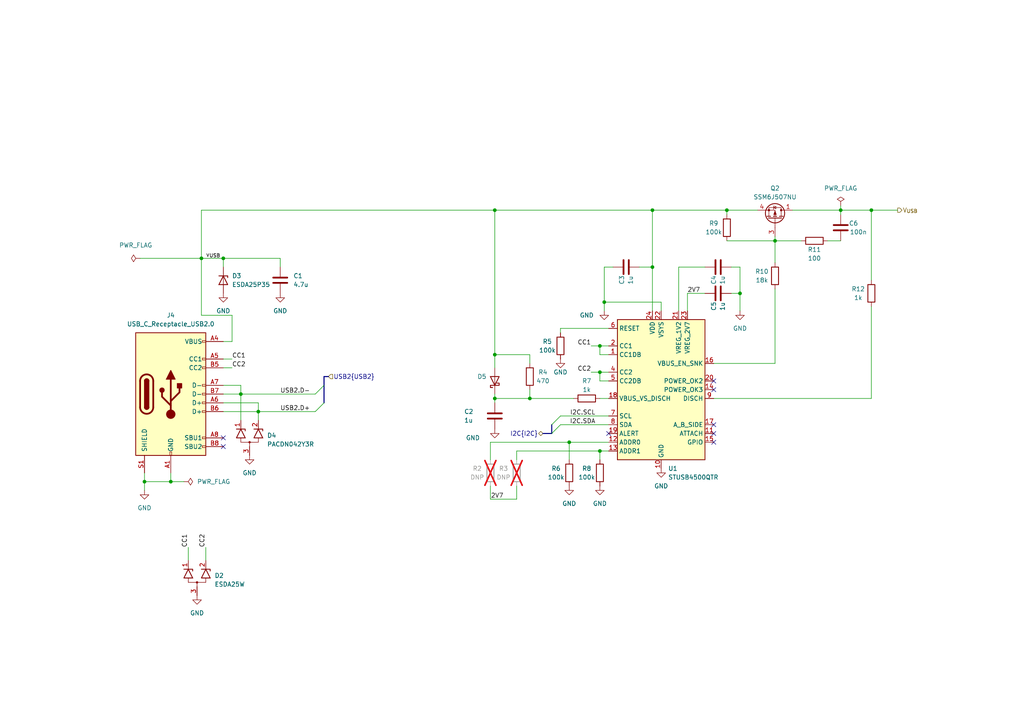
<source format=kicad_sch>
(kicad_sch (version 20230121) (generator eeschema)
  (paper "A4")
  (lib_symbols
    (symbol "Connector:USB_C_Receptacle_USB2.0" (pin_names (offset 1.016))
      (property "Reference" "J" (at -10.16 19.05 0))
      (property "Value" "USB_C_Receptacle_USB2.0" (at 19.05 19.05 0))
      (symbol "USB_C_Receptacle_USB2.0_0_0"
        (rectangle (start -0.254 -17.78) (end 0.254 -16.764))
        (rectangle (start 10.16 -14.986) (end 9.144 -15.494))
        (rectangle (start 10.16 -12.446) (end 9.144 -12.954))
        (rectangle (start 10.16 -4.826) (end 9.144 -5.334))
        (rectangle (start 10.16 -2.286) (end 9.144 -2.794))
        (rectangle (start 10.16 0.254) (end 9.144 -0.254))
        (rectangle (start 10.16 2.794) (end 9.144 2.286))
        (rectangle (start 10.16 7.874) (end 9.144 7.366))
        (rectangle (start 10.16 10.414) (end 9.144 9.906))
        (rectangle (start 10.16 15.494) (end 9.144 14.986))
      )
      (symbol "USB_C_Receptacle_USB2.0_0_1"
        (rectangle (start -10.16 17.78) (end 10.16 -17.78) (stroke (width 0.254)) (fill (type background)))
        (arc (start -8.89 -3.81) (mid -6.985 -5.7067) (end -5.08 -3.81) (stroke (width 0.508)))
        (arc (start -7.62 -3.81) (mid -6.985 -4.4423) (end -6.35 -3.81) (stroke (width 0.254)))
        (arc (start -7.62 -3.81) (mid -6.985 -4.4423) (end -6.35 -3.81) (stroke (width 0.254)) (fill (type outline)))
        (rectangle (start -7.62 -3.81) (end -6.35 3.81) (stroke (width 0.254)) (fill (type outline)))
        (arc (start -6.35 3.81) (mid -6.985 4.4423) (end -7.62 3.81) (stroke (width 0.254)))
        (arc (start -6.35 3.81) (mid -6.985 4.4423) (end -7.62 3.81) (stroke (width 0.254)) (fill (type outline)))
        (arc (start -5.08 3.81) (mid -6.985 5.7067) (end -8.89 3.81) (stroke (width 0.508)))
        (circle (center -2.54 1.143) (radius 0.635) (stroke (width 0.254)) (fill (type outline)))
        (circle (center 0 -5.842) (radius 1.27) (fill (type outline)))
        (polyline (pts (xy -8.89 -3.81) (xy -8.89 3.81)) (stroke (width 0.508)))
        (polyline (pts (xy -5.08 3.81) (xy -5.08 -3.81)) (stroke (width 0.508)))
        (polyline (pts (xy 0 -5.842) (xy 0 4.318)) (stroke (width 0.508)))
        (polyline (pts (xy 0 -3.302) (xy -2.54 -0.762) (xy -2.54 0.508)) (stroke (width 0.508)))
        (polyline (pts (xy 0 -2.032) (xy 2.54 0.508) (xy 2.54 1.778)) (stroke (width 0.508)))
        (polyline (pts (xy -1.27 4.318) (xy 0 6.858) (xy 1.27 4.318) (xy -1.27 4.318)) (stroke (width 0.254)) (fill (type outline)))
        (rectangle (start 1.905 1.778) (end 3.175 3.048) (stroke (width 0.254)) (fill (type outline)))
      )
      (symbol "USB_C_Receptacle_USB2.0_1_1"
        (pin passive line (at 0 -22.86 90) (length 5.08) (name "GND") (number "A1"))
        (pin passive line (at 0 -22.86 90) (length 5.08) hide (name "GND") (number "A12"))
        (pin passive line (at 15.24 15.24 180) (length 5.08) (name "VBUS") (number "A4"))
        (pin bidirectional line (at 15.24 10.16 180) (length 5.08) (name "CC1") (number "A5"))
        (pin bidirectional line (at 15.24 -2.54 180) (length 5.08) (name "D+") (number "A6"))
        (pin bidirectional line (at 15.24 2.54 180) (length 5.08) (name "D-") (number "A7"))
        (pin bidirectional line (at 15.24 -12.7 180) (length 5.08) (name "SBU1") (number "A8"))
        (pin passive line (at 15.24 15.24 180) (length 5.08) hide (name "VBUS") (number "A9"))
        (pin passive line (at 0 -22.86 90) (length 5.08) hide (name "GND") (number "B1"))
        (pin passive line (at 0 -22.86 90) (length 5.08) hide (name "GND") (number "B12"))
        (pin passive line (at 15.24 15.24 180) (length 5.08) hide (name "VBUS") (number "B4"))
        (pin bidirectional line (at 15.24 7.62 180) (length 5.08) (name "CC2") (number "B5"))
        (pin bidirectional line (at 15.24 -5.08 180) (length 5.08) (name "D+") (number "B6"))
        (pin bidirectional line (at 15.24 0 180) (length 5.08) (name "D-") (number "B7"))
        (pin bidirectional line (at 15.24 -15.24 180) (length 5.08) (name "SBU2") (number "B8"))
        (pin passive line (at 15.24 15.24 180) (length 5.08) hide (name "VBUS") (number "B9"))
        (pin passive line (at -7.62 -22.86 90) (length 5.08) (name "SHIELD") (number "S1"))
      )
    )
    (symbol "Device:C" (pin_numbers hide) (pin_names (offset 0.254))
      (property "Reference" "C" (at 0.635 2.54 0))
      (property "Value" "C" (at 0.635 -2.54 0))
      (symbol "C_0_1"
        (polyline (pts (xy -2.032 -0.762) (xy 2.032 -0.762)) (stroke (width 0.508)))
        (polyline (pts (xy -2.032 0.762) (xy 2.032 0.762)) (stroke (width 0.508)))
      )
      (symbol "C_1_1"
        (pin passive line (at 0 3.81 270) (length 2.794) (name "~") (number "1"))
        (pin passive line (at 0 -3.81 90) (length 2.794) (name "~") (number "2"))
      )
    )
    (symbol "Device:D_Schottky" (pin_numbers hide) (pin_names (offset 1.016) hide)
      (property "Reference" "D" (at 0 2.54 0))
      (property "Value" "D_Schottky" (at 0 -2.54 0))
      (symbol "D_Schottky_0_1"
        (polyline (pts (xy 1.27 0) (xy -1.27 0)))
        (polyline (pts (xy 1.27 1.27) (xy 1.27 -1.27) (xy -1.27 0) (xy 1.27 1.27)) (stroke (width 0.254)))
        (polyline (pts (xy -1.905 0.635) (xy -1.905 1.27) (xy -1.27 1.27) (xy -1.27 -1.27) (xy -0.635 -1.27) (xy -0.635 -0.635)) (stroke (width 0.254)))
      )
      (symbol "D_Schottky_1_1"
        (pin passive line (at -3.81 0 0) (length 2.54) (name "K") (number "1"))
        (pin passive line (at 3.81 0 180) (length 2.54) (name "A") (number "2"))
      )
    )
    (symbol "Device:D_Zener" (pin_numbers hide) (pin_names (offset 1.016) hide)
      (property "Reference" "D" (at 0 2.54 0))
      (property "Value" "D_Zener" (at 0 -2.54 0))
      (symbol "D_Zener_0_1"
        (polyline (pts (xy 1.27 0) (xy -1.27 0)))
        (polyline (pts (xy -1.27 -1.27) (xy -1.27 1.27) (xy -0.762 1.27)) (stroke (width 0.254)))
        (polyline (pts (xy 1.27 -1.27) (xy 1.27 1.27) (xy -1.27 0) (xy 1.27 -1.27)) (stroke (width 0.254)))
      )
      (symbol "D_Zener_1_1"
        (pin passive line (at -3.81 0 0) (length 2.54) (name "K") (number "1"))
        (pin passive line (at 3.81 0 180) (length 2.54) (name "A") (number "2"))
      )
    )
    (symbol "Device:R" (pin_numbers hide) (pin_names (offset 0))
      (property "Reference" "R" (at 2.032 0 90))
      (property "Value" "R" (at 0 0 90))
      (symbol "R_0_1"
        (rectangle (start -1.016 -2.54) (end 1.016 2.54) (stroke (width 0.254)))
      )
      (symbol "R_1_1"
        (pin passive line (at 0 3.81 270) (length 1.27) (name "~") (number "1"))
        (pin passive line (at 0 -3.81 90) (length 1.27) (name "~") (number "2"))
      )
    )
    (symbol "Interface_USB:STUSB4500QTR"
      (property "Reference" "U" (at -12.7 21.59 0))
      (property "Value" "STUSB4500QTR" (at 8.89 -21.59 0))
      (symbol "STUSB4500QTR_0_1"
        (rectangle (start -12.7 20.32) (end 12.7 -20.32) (stroke (width 0.254)) (fill (type background)))
      )
      (symbol "STUSB4500QTR_1_1"
        (pin bidirectional line (at -15.24 10.16 0) (length 2.54) (name "CC1DB") (number "1"))
        (pin power_in line (at 0 -22.86 90) (length 2.54) (name "GND") (number "10"))
        (pin open_collector line (at 15.24 -12.7 180) (length 2.54) (name "ATTACH") (number "11"))
        (pin input line (at -15.24 -15.24 0) (length 2.54) (name "ADDR0") (number "12"))
        (pin input line (at -15.24 -17.78 0) (length 2.54) (name "ADDR1") (number "13"))
        (pin open_collector line (at 15.24 0 180) (length 2.54) (name "POWER_OK3") (number "14"))
        (pin open_collector line (at 15.24 -15.24 180) (length 2.54) (name "GPIO") (number "15"))
        (pin open_collector line (at 15.24 7.62 180) (length 2.54) (name "VBUS_EN_SNK") (number "16"))
        (pin open_collector line (at 15.24 -10.16 180) (length 2.54) (name "A_B_SIDE") (number "17"))
        (pin input line (at -15.24 -2.54 0) (length 2.54) (name "VBUS_VS_DISCH") (number "18"))
        (pin open_collector line (at -15.24 -12.7 0) (length 2.54) (name "ALERT") (number "19"))
        (pin bidirectional line (at -15.24 12.7 0) (length 2.54) (name "CC1") (number "2"))
        (pin open_collector line (at 15.24 2.54 180) (length 2.54) (name "POWER_OK2") (number "20"))
        (pin power_out line (at 5.08 22.86 270) (length 2.54) (name "VREG_1V2") (number "21"))
        (pin power_in line (at 0 22.86 270) (length 2.54) (name "VSYS") (number "22"))
        (pin power_out line (at 7.62 22.86 270) (length 2.54) (name "VREG_2V7") (number "23"))
        (pin power_in line (at -2.54 22.86 270) (length 2.54) (name "VDD") (number "24"))
        (pin passive line (at 0 -22.86 90) (length 2.54) hide (name "GND") (number "25"))
        (pin no_connect line (at -12.7 15.24 0) (length 2.54) hide (name "NC") (number "3"))
        (pin bidirectional line (at -15.24 5.08 0) (length 2.54) (name "CC2") (number "4"))
        (pin bidirectional line (at -15.24 2.54 0) (length 2.54) (name "CC2DB") (number "5"))
        (pin input line (at -15.24 17.78 0) (length 2.54) (name "RESET") (number "6"))
        (pin input line (at -15.24 -7.62 0) (length 2.54) (name "SCL") (number "7"))
        (pin bidirectional line (at -15.24 -10.16 0) (length 2.54) (name "SDA") (number "8"))
        (pin bidirectional line (at 15.24 -2.54 180) (length 2.54) (name "DISCH") (number "9"))
      )
    )
    (symbol "Power_Protection:RCLAMP0502B" (pin_names hide)
      (property "Reference" "D" (at 0 5.08 0))
      (property "Value" "RCLAMP0502B" (at 0 -5.08 0))
      (symbol "RCLAMP0502B_0_1"
        (polyline (pts (xy -2.54 0) (xy -1.27 0)))
        (polyline (pts (xy -1.27 2.54) (xy -1.27 -2.54)))
        (polyline (pts (xy 0 2.54) (xy -1.27 2.54)) (stroke (width 0.1524)))
        (polyline (pts (xy 2.54 3.81) (xy 2.54 1.27) (xy 2.032 1.27)) (stroke (width 0.254)))
        (polyline (pts (xy 0 1.27) (xy 0 3.81) (xy 2.54 2.54) (xy 0 1.27)) (stroke (width 0.254)))
        (pin passive line (at -5.08 0 0) (length 2.54) (name "A") (number "3"))
      )
      (symbol "RCLAMP0502B_1_1"
        (circle (center -1.27 0) (radius 0.254) (fill (type outline)))
        (polyline (pts (xy 0 -2.54) (xy -1.27 -2.54)) (stroke (width 0.1524)))
        (polyline (pts (xy 2.54 -1.27) (xy 2.54 -3.81) (xy 2.032 -3.81)) (stroke (width 0.254)))
        (polyline (pts (xy 0 -3.81) (xy 0 -1.27) (xy 2.54 -2.54) (xy 0 -3.81)) (stroke (width 0.254)))
        (pin passive line (at 5.08 2.54 180) (length 2.54) (name "K1") (number "1"))
        (pin passive line (at 5.08 -2.54 180) (length 2.54) (name "K2") (number "2"))
      )
    )
    (symbol "TattooSupplyLib:PMOS_Toshiba_UDFN8" (pin_names (offset 0) hide)
      (property "Reference" "Q" (at 5.08 1.27 0))
      (property "Value" "Q_PMOS_DGS" (at 5.08 -1.27 0))
      (symbol "PMOS_Toshiba_UDFN8_0_1"
        (polyline (pts (xy 0.254 0) (xy -2.54 0)))
        (polyline (pts (xy 0.254 1.905) (xy 0.254 -1.905)) (stroke (width 0.254)))
        (polyline (pts (xy 0.762 -1.27) (xy 0.762 -2.286)) (stroke (width 0.254)))
        (polyline (pts (xy 0.762 0.508) (xy 0.762 -0.508)) (stroke (width 0.254)))
        (polyline (pts (xy 0.762 2.286) (xy 0.762 1.27)) (stroke (width 0.254)))
        (polyline (pts (xy 2.54 2.54) (xy 2.54 1.778)))
        (polyline (pts (xy 2.54 -2.54) (xy 2.54 0) (xy 0.762 0)))
        (polyline (pts (xy 0.762 1.778) (xy 3.302 1.778) (xy 3.302 -1.778) (xy 0.762 -1.778)))
        (polyline (pts (xy 2.286 0) (xy 1.27 0.381) (xy 1.27 -0.381) (xy 2.286 0)) (fill (type outline)))
        (polyline (pts (xy 2.794 -0.508) (xy 2.921 -0.381) (xy 3.683 -0.381) (xy 3.81 -0.254)))
        (polyline (pts (xy 3.302 -0.381) (xy 2.921 0.254) (xy 3.683 0.254) (xy 3.302 -0.381)))
        (circle (center 1.651 0) (radius 2.794) (stroke (width 0.254)))
        (circle (center 2.54 -1.778) (radius 0.254) (fill (type outline)))
        (circle (center 2.54 1.778) (radius 0.254) (fill (type outline)))
      )
      (symbol "PMOS_Toshiba_UDFN8_1_1"
        (pin passive line (at 2.54 5.08 270) (length 2.54) (name "D") (number "1"))
        (pin passive line (at 2.54 5.08 270) (length 2.54) hide (name "D") (number "2"))
        (pin input line (at -5.08 0 0) (length 2.54) (name "G") (number "3"))
        (pin passive line (at 2.54 -5.08 90) (length 2.54) (name "S") (number "4"))
        (pin passive line (at 2.54 5.08 270) (length 2.54) hide (name "D") (number "5"))
        (pin passive line (at 2.54 5.08 270) (length 2.54) hide (name "D") (number "6"))
        (pin passive line (at 2.54 5.08 270) (length 2.54) hide (name "D") (number "7"))
        (pin passive line (at 2.54 -5.08 90) (length 2.54) hide (name "S") (number "8"))
      )
    )
    (symbol "power:GND" (power) (pin_names (offset 0))
      (property "Value" "GND" (at 0 -3.81 0))
      (symbol "GND_0_1"
        (polyline (pts (xy 0 0) (xy 0 -1.27) (xy 1.27 -1.27) (xy 0 -2.54) (xy -1.27 -1.27) (xy 0 -1.27)))
      )
      (symbol "GND_1_1"
        (pin power_in line (at 0 0 270) (length 0) hide (name "GND") (number "1"))
      )
    )
    (symbol "power:PWR_FLAG" (power) (pin_numbers hide) (pin_names (offset 0) hide)
      (property "Value" "PWR_FLAG" (at 0 3.81 0))
      (symbol "PWR_FLAG_0_0"
        (pin power_out line (at 0 0 90) (length 0) (name "pwr") (number "1"))
      )
      (symbol "PWR_FLAG_0_1"
        (polyline (pts (xy 0 0) (xy 0 1.27) (xy -1.016 1.905) (xy 0 2.54) (xy 1.016 1.905) (xy 0 1.27)))
      )
    )
  )
  (junction (at 143.51 115.57))
  (junction (at 214.63 85.09))
  (junction (at 143.51 102.87))
  (junction (at 189.23 60.96))
  (junction (at 58.42 74.93))
  (junction (at 173.99 100.33))
  (junction (at 74.93 119.38))
  (junction (at 41.91 139.7))
  (junction (at 243.84 60.96))
  (junction (at 252.73 60.96))
  (junction (at 173.99 107.95))
  (junction (at 189.23 77.47))
  (junction (at 210.82 60.96))
  (junction (at 49.53 139.7))
  (junction (at 64.77 74.93))
  (junction (at 143.51 60.96))
  (junction (at 175.26 87.63))
  (junction (at 153.67 115.57))
  (junction (at 165.1 128.27))
  (junction (at 69.85 114.3))
  (junction (at 224.79 69.85))
  (junction (at 173.99 130.81))
  (no_connect (at 207.01 110.49))
  (no_connect (at 207.01 128.27))
  (no_connect (at 207.01 125.73))
  (no_connect (at 176.53 125.73))
  (no_connect (at 207.01 113.03))
  (no_connect (at 64.77 127))
  (no_connect (at 207.01 123.19))
  (no_connect (at 64.77 129.54))
  (bus_entry (at 160.02 123.19) (size 2.54 -2.54))
  (bus_entry (at 93.98 116.84) (size -2.54 2.54))
  (bus_entry (at 93.98 111.76) (size -2.54 2.54))
  (bus_entry (at 160.02 125.73) (size 2.54 -2.54))
  (wire (pts (xy 64.77 114.3) (xy 69.85 114.3)))
  (wire (pts (xy 162.56 120.65) (xy 176.53 120.65)))
  (wire (pts (xy 67.31 91.44) (xy 67.31 99.06)))
  (wire (pts (xy 243.84 60.96) (xy 243.84 62.23)))
  (wire (pts (xy 162.56 123.19) (xy 176.53 123.19)))
  (wire (pts (xy 171.45 107.95) (xy 173.99 107.95)))
  (wire (pts (xy 204.47 85.09) (xy 199.39 85.09)))
  (wire (pts (xy 196.85 77.47) (xy 204.47 77.47)))
  (wire (pts (xy 153.67 115.57) (xy 166.37 115.57)))
  (wire (pts (xy 40.64 74.93) (xy 58.42 74.93)))
  (bus (pts (xy 157.48 125.73) (xy 160.02 125.73)))
  (wire (pts (xy 142.24 128.27) (xy 142.24 133.35)))
  (wire (pts (xy 64.77 116.84) (xy 74.93 116.84)))
  (wire (pts (xy 81.28 77.47) (xy 81.28 74.93)))
  (wire (pts (xy 143.51 115.57) (xy 143.51 116.84)))
  (wire (pts (xy 210.82 60.96) (xy 219.71 60.96)))
  (wire (pts (xy 58.42 74.93) (xy 58.42 91.44)))
  (wire (pts (xy 64.77 74.93) (xy 64.77 77.47)))
  (bus (pts (xy 95.25 109.22) (xy 93.98 109.22)))
  (wire (pts (xy 189.23 60.96) (xy 143.51 60.96)))
  (wire (pts (xy 142.24 128.27) (xy 165.1 128.27)))
  (wire (pts (xy 173.99 100.33) (xy 176.53 100.33)))
  (wire (pts (xy 69.85 114.3) (xy 91.44 114.3)))
  (wire (pts (xy 252.73 60.96) (xy 252.73 81.28)))
  (wire (pts (xy 153.67 113.03) (xy 153.67 115.57)))
  (wire (pts (xy 41.91 139.7) (xy 49.53 139.7)))
  (wire (pts (xy 64.77 74.93) (xy 58.42 74.93)))
  (wire (pts (xy 175.26 87.63) (xy 175.26 77.47)))
  (wire (pts (xy 173.99 102.87) (xy 173.99 100.33)))
  (wire (pts (xy 199.39 85.09) (xy 199.39 90.17)))
  (wire (pts (xy 175.26 77.47) (xy 177.8 77.47)))
  (wire (pts (xy 224.79 69.85) (xy 224.79 76.2)))
  (wire (pts (xy 64.77 119.38) (xy 74.93 119.38)))
  (wire (pts (xy 173.99 110.49) (xy 173.99 107.95)))
  (bus (pts (xy 160.02 123.19) (xy 160.02 125.73)))
  (wire (pts (xy 64.77 99.06) (xy 67.31 99.06)))
  (wire (pts (xy 143.51 60.96) (xy 58.42 60.96)))
  (wire (pts (xy 196.85 90.17) (xy 196.85 77.47)))
  (bus (pts (xy 93.98 111.76) (xy 93.98 116.84)))
  (wire (pts (xy 143.51 60.96) (xy 143.51 102.87)))
  (wire (pts (xy 41.91 137.16) (xy 41.91 139.7)))
  (wire (pts (xy 149.86 133.35) (xy 149.86 130.81)))
  (wire (pts (xy 149.86 130.81) (xy 173.99 130.81)))
  (wire (pts (xy 175.26 90.17) (xy 175.26 87.63)))
  (wire (pts (xy 176.53 128.27) (xy 165.1 128.27)))
  (wire (pts (xy 74.93 119.38) (xy 74.93 121.92)))
  (wire (pts (xy 74.93 119.38) (xy 91.44 119.38)))
  (wire (pts (xy 224.79 69.85) (xy 232.41 69.85)))
  (wire (pts (xy 162.56 95.25) (xy 176.53 95.25)))
  (wire (pts (xy 153.67 105.41) (xy 153.67 102.87)))
  (wire (pts (xy 252.73 60.96) (xy 260.35 60.96)))
  (wire (pts (xy 214.63 85.09) (xy 214.63 90.17)))
  (wire (pts (xy 54.61 158.75) (xy 54.61 162.56)))
  (wire (pts (xy 58.42 91.44) (xy 67.31 91.44)))
  (wire (pts (xy 210.82 69.85) (xy 224.79 69.85)))
  (wire (pts (xy 173.99 115.57) (xy 176.53 115.57)))
  (wire (pts (xy 224.79 105.41) (xy 207.01 105.41)))
  (wire (pts (xy 224.79 83.82) (xy 224.79 105.41)))
  (wire (pts (xy 210.82 60.96) (xy 189.23 60.96)))
  (wire (pts (xy 64.77 106.68) (xy 67.31 106.68)))
  (wire (pts (xy 191.77 90.17) (xy 191.77 87.63)))
  (wire (pts (xy 224.79 68.58) (xy 224.79 69.85)))
  (wire (pts (xy 59.69 158.75) (xy 59.69 162.56)))
  (wire (pts (xy 64.77 111.76) (xy 69.85 111.76)))
  (wire (pts (xy 189.23 77.47) (xy 189.23 90.17)))
  (wire (pts (xy 143.51 114.3) (xy 143.51 115.57)))
  (wire (pts (xy 143.51 115.57) (xy 153.67 115.57)))
  (wire (pts (xy 64.77 104.14) (xy 67.31 104.14)))
  (wire (pts (xy 49.53 137.16) (xy 49.53 139.7)))
  (wire (pts (xy 176.53 110.49) (xy 173.99 110.49)))
  (wire (pts (xy 252.73 115.57) (xy 207.01 115.57)))
  (wire (pts (xy 185.42 77.47) (xy 189.23 77.47)))
  (wire (pts (xy 229.87 60.96) (xy 243.84 60.96)))
  (wire (pts (xy 153.67 102.87) (xy 143.51 102.87)))
  (wire (pts (xy 212.09 77.47) (xy 214.63 77.47)))
  (wire (pts (xy 214.63 77.47) (xy 214.63 85.09)))
  (wire (pts (xy 212.09 85.09) (xy 214.63 85.09)))
  (wire (pts (xy 81.28 74.93) (xy 64.77 74.93)))
  (wire (pts (xy 243.84 60.96) (xy 252.73 60.96)))
  (wire (pts (xy 58.42 60.96) (xy 58.42 74.93)))
  (wire (pts (xy 143.51 102.87) (xy 143.51 106.68)))
  (wire (pts (xy 49.53 139.7) (xy 53.34 139.7)))
  (wire (pts (xy 189.23 60.96) (xy 189.23 77.47)))
  (wire (pts (xy 69.85 114.3) (xy 69.85 121.92)))
  (bus (pts (xy 93.98 109.22) (xy 93.98 111.76)))
  (wire (pts (xy 165.1 128.27) (xy 165.1 133.35)))
  (wire (pts (xy 252.73 88.9) (xy 252.73 115.57)))
  (wire (pts (xy 173.99 130.81) (xy 176.53 130.81)))
  (wire (pts (xy 74.93 116.84) (xy 74.93 119.38)))
  (wire (pts (xy 210.82 60.96) (xy 210.82 62.23)))
  (wire (pts (xy 171.45 100.33) (xy 173.99 100.33)))
  (wire (pts (xy 149.86 140.97) (xy 149.86 144.78)))
  (wire (pts (xy 176.53 102.87) (xy 173.99 102.87)))
  (wire (pts (xy 173.99 133.35) (xy 173.99 130.81)))
  (wire (pts (xy 69.85 111.76) (xy 69.85 114.3)))
  (wire (pts (xy 41.91 139.7) (xy 41.91 142.24)))
  (wire (pts (xy 243.84 59.69) (xy 243.84 60.96)))
  (wire (pts (xy 142.24 144.78) (xy 149.86 144.78)))
  (wire (pts (xy 175.26 87.63) (xy 191.77 87.63)))
  (wire (pts (xy 240.03 69.85) (xy 243.84 69.85)))
  (wire (pts (xy 173.99 107.95) (xy 176.53 107.95)))
  (wire (pts (xy 162.56 95.25) (xy 162.56 96.52)))
  (wire (pts (xy 142.24 144.78) (xy 142.24 140.97)))
  (label "CC2" (at 67.31 106.68 0))
  (label "2V7" (at 199.39 85.09 0))
  (label "I2C.SDA" (at 172.72 123.19 180))
  (label "CC2" (at 171.45 107.95 180))
  (label "2V7" (at 146.05 144.78 180))
  (label "CC1" (at 171.45 100.33 180))
  (label "CC1" (at 67.31 104.14 0))
  (label "USB2.D-" (at 81.28 114.3 0))
  (label "CC1" (at 54.61 158.75 90))
  (label "CC2" (at 59.69 158.75 90))
  (label "v_{USB}" (at 59.69 74.93 0))
  (label "USB2.D+" (at 81.28 119.38 0))
  (label "I2C.SCL" (at 172.72 120.65 180))
  (hierarchical_label "I2C{I2C}" (shape bidirectional) (at 157.48 125.73 180))
  (hierarchical_label "USB2{USB2}" (shape input) (at 95.25 109.22 0))
  (hierarchical_label "V_{USB}" (shape output) (at 260.35 60.96 0))
  (symbol (lib_id "Device:R") (at 210.82 66.04 180) (unit 1)
    (property "Reference" "R9" (at 207.01 64.77 0))
    (property "Value" "100k" (at 207.01 67.31 0))
    (property "Footprint" "Resistor_SMD:R_0603_1608Metric" (effects hide))
    (property "MPN" "ERJ-3EKF1003V" (effects hide))
    (property "Manufacturer" "Panasonic" (effects hide))
  )
  (symbol (lib_id "Device:C") (at 81.28 81.28 0) (unit 1)
    (property "Reference" "C1" (at 85.09 80.0099 0) (effects (justify left)))
    (property "Value" "4.7u" (at 85.09 82.5499 0) (effects (justify left)))
    (property "Footprint" "Capacitor_SMD:C_0805_2012Metric" (effects hide))
    (property "MPN" "GRM219R6YA475KA73D" (effects hide))
    (property "Manufacturer" "Murata" (effects hide))
  )
  (symbol (lib_id "Device:C") (at 143.51 120.65 0) (unit 1)
    (property "Reference" "C2" (at 134.62 119.38 0) (effects (justify left)))
    (property "Value" "1u" (at 134.62 121.92 0) (effects (justify left)))
    (property "Footprint" "Capacitor_SMD:C_0603_1608Metric" (effects hide))
    (property "MPN" "CGA3E1X7R1V105K080AC" (effects hide))
    (property "Manufacturer" "TDK" (effects hide))
  )
  (symbol (lib_id "power:GND") (at 162.56 104.14 0) (unit 1)
    (property "Reference" "#PWR020" (effects hide))
    (property "Value" "GND" (at 162.56 107.95 0))
  )
  (symbol (lib_id "power:GND") (at 175.26 90.17 0) (unit 1)
    (property "Reference" "#PWR023" (effects hide))
    (property "Value" "GND" (at 170.18 91.44 0))
  )
  (symbol (lib_id "Device:R") (at 165.1 137.16 180) (unit 1)
    (property "Reference" "R6" (at 161.29 135.89 0))
    (property "Value" "100k" (at 161.29 138.43 0))
    (property "Footprint" "Resistor_SMD:R_0603_1608Metric" (effects hide))
    (property "MPN" "ERJ-3EKF1003V" (effects hide))
    (property "Manufacturer" "Panasonic" (effects hide))
  )
  (symbol (lib_id "power:PWR_FLAG") (at 53.34 139.7 270) (unit 1)
    (property "Reference" "#FLG02" (effects hide))
    (property "Value" "PWR_FLAG" (at 57.15 139.6999 90) (effects (justify left)))
  )
  (symbol (lib_id "Device:C") (at 243.84 66.04 180) (unit 1)
    (property "Reference" "C6" (at 248.92 64.77 0) (effects (justify left)))
    (property "Value" "100n" (at 251.46 67.31 0) (effects (justify left)))
    (property "Footprint" "Capacitor_SMD:C_0603_1608Metric" (effects hide))
    (property "MPN" "CGA3E2X7R1H104M080AA " (effects hide))
    (property "Manufacturer" "TDK" (effects hide))
  )
  (symbol (lib_id "power:GND") (at 81.28 85.09 0) (unit 1)
    (property "Reference" "#PWR018" (effects hide))
    (property "Value" "GND" (at 81.28 90.17 0))
  )
  (symbol (lib_id "Device:D_Zener") (at 64.77 81.28 270) (unit 1)
    (property "Reference" "D3" (at 67.31 80.0099 90) (effects (justify left)))
    (property "Value" "ESDA25P35" (at 67.31 82.5499 90) (effects (justify left)))
    (property "Footprint" "Diode_SMD:D_0603_1608Metric" (effects hide))
    (property "MPN" "ESDA25P35-1U1M" (effects hide))
    (property "Manufacturer" "STMicroelectronics " (effects hide))
  )
  (symbol (lib_id "power:GND") (at 41.91 142.24 0) (unit 1)
    (property "Reference" "#PWR014" (effects hide))
    (property "Value" "GND" (at 41.91 147.32 0))
  )
  (symbol (lib_id "Device:R") (at 173.99 137.16 180) (unit 1)
    (property "Reference" "R8" (at 170.18 135.89 0))
    (property "Value" "100k" (at 170.18 138.43 0))
    (property "Footprint" "Resistor_SMD:R_0603_1608Metric" (effects hide))
    (property "MPN" "ERJ-3EKF1003V" (effects hide))
    (property "Manufacturer" "Panasonic" (effects hide))
  )
  (symbol (lib_id "Interface_USB:STUSB4500QTR") (at 191.77 113.03 0) (unit 1)
    (property "Reference" "U1" (at 193.7894 135.89 0) (effects (justify left)))
    (property "Value" "STUSB4500QTR" (at 193.7894 138.43 0) (effects (justify left)))
    (property "Footprint" "Package_DFN_QFN:QFN-24-1EP_4x4mm_P0.5mm_EP2.7x2.7mm" (effects hide))
    (property "Datasheet" "https://www.st.com/resource/en/datasheet/stusb4500.pdf" (effects hide))
    (property "MPN" "STUSB4500QTR" (effects hide))
    (property "Manufacturer" "STMicroelectronics " (effects hide))
  )
  (symbol (lib_id "Device:C") (at 181.61 77.47 90) (unit 1)
    (property "Reference" "C3" (at 180.34 82.55 0) (effects (justify left)))
    (property "Value" "1u" (at 182.88 82.55 0) (effects (justify left)))
    (property "Footprint" "Capacitor_SMD:C_0603_1608Metric" (effects hide))
    (property "MPN" "CGA3E1X7R1V105K080AC" (effects hide))
    (property "Manufacturer" "TDK" (effects hide))
  )
  (symbol (lib_id "power:GND") (at 214.63 90.17 0) (unit 1)
    (property "Reference" "#PWR025" (effects hide))
    (property "Value" "GND" (at 214.63 95.25 0))
  )
  (symbol (lib_id "Connector:USB_C_Receptacle_USB2.0") (at 49.53 114.3 0) (unit 1)
    (property "Reference" "J4" (at 49.53 91.44 0))
    (property "Value" "USB_C_Receptacle_USB2.0" (at 49.53 93.98 0))
    (property "Datasheet" "https://www.usb.org/sites/default/files/documents/usb_type-c.zip" (effects hide))
  )
  (symbol (lib_id "TattooSupplyLib:PMOS_Toshiba_UDFN8") (at 224.79 63.5 270) (mirror x) (unit 1)
    (property "Reference" "Q2" (at 224.79 54.61 90))
    (property "Value" "SSM6J507NU" (at 224.79 57.15 90))
    (property "Footprint" "TattooSupplyFootprints:TRANS_SSM6J507NU,LF" (effects hide))
    (property "MPN" "SSM6J507NU" (effects hide))
    (property "Manufacturer" "Toshiba" (effects hide))
  )
  (symbol (lib_id "Power_Protection:RCLAMP0502B") (at 57.15 167.64 90) (unit 1)
    (property "Reference" "D2" (at 62.23 166.9415 90) (effects (justify right)))
    (property "Value" "ESDA25W" (at 62.23 169.4815 90) (effects (justify right)))
    (property "Footprint" "Package_TO_SOT_SMD:SOT-323_SC-70" (effects hide))
    (property "MPN" "ESDA25W" (effects hide))
    (property "Manufacturer" "STMicroelectronics " (effects hide))
  )
  (symbol (lib_id "Device:R") (at 170.18 115.57 90) (unit 1)
    (property "Reference" "R7" (at 170.18 110.49 90))
    (property "Value" "1k" (at 170.18 113.03 90))
    (property "Footprint" "Resistor_SMD:R_0603_1608Metric" (effects hide))
    (property "MPN" "ERJ-3EKF1001V" (effects hide))
    (property "Manufacturer" "Panasonic" (effects hide))
  )
  (symbol (lib_id "power:PWR_FLAG") (at 40.64 74.93 90) (unit 1)
    (property "Reference" "#FLG01" (effects hide))
    (property "Value" "PWR_FLAG" (at 39.37 71.12 90))
  )
  (symbol (lib_id "Device:C") (at 208.28 77.47 90) (unit 1)
    (property "Reference" "C4" (at 207.01 82.55 0) (effects (justify left)))
    (property "Value" "1u" (at 209.55 82.55 0) (effects (justify left)))
    (property "Footprint" "Capacitor_SMD:C_0603_1608Metric" (effects hide))
    (property "MPN" "CGA3E1X7R1V105K080AC" (effects hide))
    (property "Manufacturer" "TDK" (effects hide))
  )
  (symbol (lib_id "power:GND") (at 72.39 132.08 0) (unit 1)
    (property "Reference" "#PWR017" (effects hide))
    (property "Value" "GND" (at 72.39 137.16 0))
  )
  (symbol (lib_id "Power_Protection:RCLAMP0502B") (at 72.39 127 90) (unit 1)
    (property "Reference" "D4" (at 77.47 126.3015 90) (effects (justify right)))
    (property "Value" "PACDN042Y3R" (at 77.47 128.8415 90) (effects (justify right)))
    (property "Footprint" "Package_TO_SOT_SMD:SOT-23-3" (effects hide))
    (property "MPN" "PACDN042Y3R" (effects hide))
    (property "Manufacturer" "Onsemi" (effects hide))
  )
  (symbol (lib_id "power:GND") (at 173.99 140.97 0) (unit 1)
    (property "Reference" "#PWR022" (effects hide))
    (property "Value" "GND" (at 173.99 146.05 0))
  )
  (symbol (lib_id "Device:C") (at 208.28 85.09 90) (unit 1)
    (property "Reference" "C5" (at 207.01 90.17 0) (effects (justify left)))
    (property "Value" "1u" (at 209.55 90.17 0) (effects (justify left)))
    (property "Footprint" "Capacitor_SMD:C_0603_1608Metric" (effects hide))
    (property "MPN" "CGA3E1X7R1V105K080AC" (effects hide))
    (property "Manufacturer" "TDK" (effects hide))
  )
  (symbol (lib_id "power:GND") (at 64.77 85.09 0) (unit 1)
    (property "Reference" "#PWR016" (effects hide))
    (property "Value" "GND" (at 64.77 90.17 0))
  )
  (symbol (lib_id "Device:D_Schottky") (at 143.51 110.49 90) (unit 1)
    (property "Reference" "D5" (at 138.43 109.22 90) (effects (justify right)))
    (property "Value" "RB501SM-30FHT2R" (at 130.81 111.76 90) (effects (font (size 0 0)) (justify right)))
    (property "Footprint" "Diode_SMD:D_SOD-523" (effects hide))
    (property "MPN" "RB501SM-30FHT2R" (effects hide))
    (property "Manufacturer" "ROHM" (effects hide))
  )
  (symbol (lib_id "power:GND") (at 143.51 124.46 0) (unit 1)
    (property "Reference" "#PWR019" (effects hide))
    (property "Value" "GND" (at 137.16 127 0))
  )
  (symbol (lib_id "Device:R") (at 224.79 80.01 180) (unit 1)
    (property "Reference" "R10" (at 220.98 78.74 0))
    (property "Value" "18k" (at 220.98 81.28 0))
    (property "Footprint" "Resistor_SMD:R_0603_1608Metric" (effects hide))
    (property "MPN" "ERJ-3EKF1802V" (effects hide))
    (property "Manufacturer" "Panasonic" (effects hide))
  )
  (symbol (lib_id "power:GND") (at 191.77 135.89 0) (unit 1)
    (property "Reference" "#PWR024" (effects hide))
    (property "Value" "GND" (at 191.77 140.97 0))
  )
  (symbol (lib_id "power:PWR_FLAG") (at 243.84 59.69 0) (unit 1)
    (property "Reference" "#FLG03" (effects hide))
    (property "Value" "PWR_FLAG" (at 243.84 54.61 0))
  )
  (symbol (lib_id "Device:R") (at 149.86 137.16 180) (unit 1) (dnp yes)
    (property "Reference" "R3" (at 146.05 135.89 0))
    (property "Value" "DNP" (at 146.05 138.43 0))
  )
  (symbol (lib_id "power:GND") (at 57.15 172.72 0) (unit 1)
    (property "Reference" "#PWR015" (effects hide))
    (property "Value" "GND" (at 57.15 177.8 0))
  )
  (symbol (lib_id "Device:R") (at 236.22 69.85 270) (unit 1)
    (property "Reference" "R11" (at 236.22 72.39 90))
    (property "Value" "100" (at 236.22 74.93 90))
    (property "Footprint" "Resistor_SMD:R_0603_1608Metric" (effects hide))
    (property "MPN" "ERJ-3EKF1000V" (effects hide))
    (property "Manufacturer" "Panasonic" (effects hide))
  )
  (symbol (lib_id "Device:R") (at 142.24 137.16 180) (unit 1) (dnp yes)
    (property "Reference" "R2" (at 138.43 135.89 0))
    (property "Value" "DNP" (at 138.43 138.43 0))
  )
  (symbol (lib_id "Device:R") (at 153.67 109.22 0) (unit 1)
    (property "Reference" "R4" (at 157.48 107.95 0))
    (property "Value" "470" (at 157.48 110.49 0))
    (property "Footprint" "Resistor_SMD:R_0603_1608Metric" (effects hide))
    (property "MPN" "ERJ-3EKF4700V" (effects hide))
    (property "Manufacturer" "Panasonic" (effects hide))
  )
  (symbol (lib_id "Device:R") (at 162.56 100.33 180) (unit 1)
    (property "Reference" "R5" (at 158.75 99.06 0))
    (property "Value" "100k" (at 158.75 101.6 0))
    (property "Footprint" "Resistor_SMD:R_0603_1608Metric" (effects hide))
    (property "MPN" "ERJ-3EKF1003V" (effects hide))
    (property "Manufacturer" "Panasonic" (effects hide))
  )
  (symbol (lib_id "Device:R") (at 252.73 85.09 180) (unit 1)
    (property "Reference" "R12" (at 248.92 83.82 0))
    (property "Value" "1k" (at 248.92 86.36 0))
    (property "Footprint" "Resistor_SMD:R_0603_1608Metric" (effects hide))
    (property "MPN" "ERJ-3EKF1001V" (effects hide))
    (property "Manufacturer" "Panasonic" (effects hide))
  )
  (symbol (lib_id "power:GND") (at 165.1 140.97 0) (unit 1)
    (property "Reference" "#PWR021" (effects hide))
    (property "Value" "GND" (at 165.1 146.05 0))
  )
)
</source>
